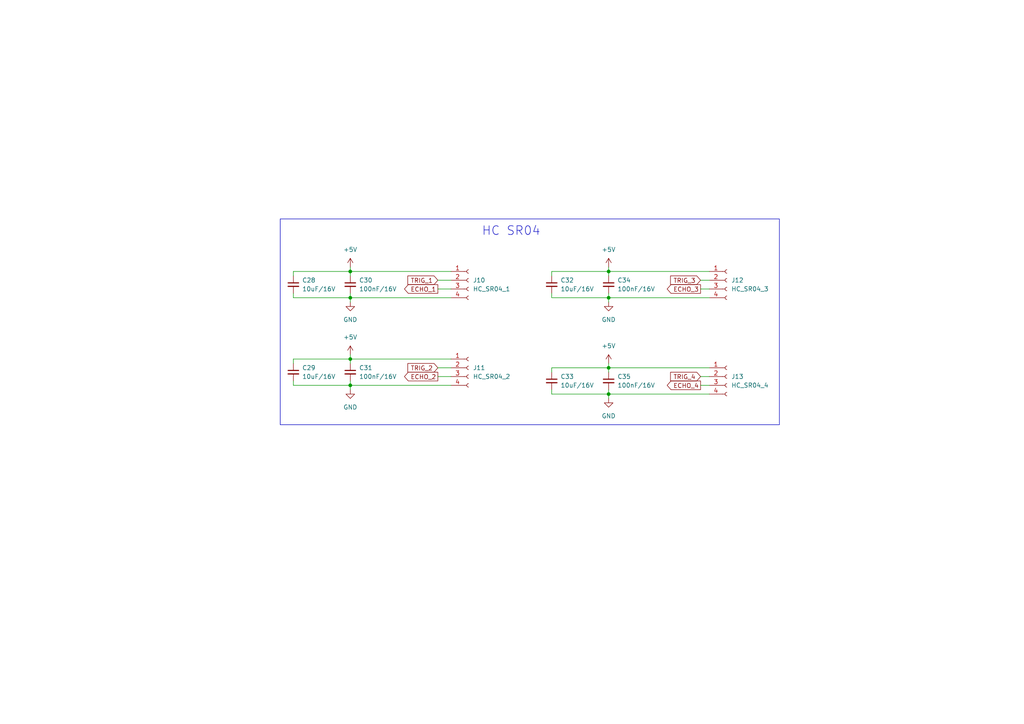
<source format=kicad_sch>
(kicad_sch (version 20230121) (generator eeschema)
  (paper "A4")
  (title_block (title "HC-SR04") (date "2024-01-30"))
  (lib_symbols
    (symbol "Connector:Conn_01x04_Socket" (pin_names (offset 1.016) hide)
      (property "Reference" "J" (at 0 5.08 0))
      (property "Value" "Conn_01x04_Socket" (at 0 -7.62 0))
      (symbol "Conn_01x04_Socket_1_1"
        (arc (start 0 -4.572) (mid -0.5058 -5.08) (end 0 -5.588) (stroke (width 0.1524)))
        (arc (start 0 -2.032) (mid -0.5058 -2.54) (end 0 -3.048) (stroke (width 0.1524)))
        (polyline (pts (xy -1.27 -5.08) (xy -0.508 -5.08)) (stroke (width 0.1524)))
        (polyline (pts (xy -1.27 -2.54) (xy -0.508 -2.54)) (stroke (width 0.1524)))
        (polyline (pts (xy -1.27 0) (xy -0.508 0)) (stroke (width 0.1524)))
        (polyline (pts (xy -1.27 2.54) (xy -0.508 2.54)) (stroke (width 0.1524)))
        (arc (start 0 0.508) (mid -0.5058 0) (end 0 -0.508) (stroke (width 0.1524)))
        (arc (start 0 3.048) (mid -0.5058 2.54) (end 0 2.032) (stroke (width 0.1524)))
        (pin passive line (at -5.08 2.54 0) (length 3.81) (name "Pin_1") (number "1"))
        (pin passive line (at -5.08 0 0) (length 3.81) (name "Pin_2") (number "2"))
        (pin passive line (at -5.08 -2.54 0) (length 3.81) (name "Pin_3") (number "3"))
        (pin passive line (at -5.08 -5.08 0) (length 3.81) (name "Pin_4") (number "4"))
      )
    )
    (symbol "Device:C_Small" (pin_numbers hide) (pin_names (offset 0.254) hide)
      (property "Reference" "C" (at 0.254 1.778 0))
      (property "Value" "C_Small" (at 0.254 -2.032 0))
      (symbol "C_Small_0_1"
        (polyline (pts (xy -1.524 -0.508) (xy 1.524 -0.508)) (stroke (width 0.3302)))
        (polyline (pts (xy -1.524 0.508) (xy 1.524 0.508)) (stroke (width 0.3048)))
      )
      (symbol "C_Small_1_1"
        (pin passive line (at 0 2.54 270) (length 2.032) (name "~") (number "1"))
        (pin passive line (at 0 -2.54 90) (length 2.032) (name "~") (number "2"))
      )
    )
    (symbol "power:+5V" (power) (pin_names (offset 0))
      (property "Value" "+5V" (at 0 3.556 0))
      (symbol "+5V_0_1"
        (polyline (pts (xy -0.762 1.27) (xy 0 2.54)))
        (polyline (pts (xy 0 0) (xy 0 2.54)))
        (polyline (pts (xy 0 2.54) (xy 0.762 1.27)))
      )
      (symbol "+5V_1_1"
        (pin power_in line (at 0 0 90) (length 0) hide (name "+5V") (number "1"))
      )
    )
    (symbol "power:GND" (power) (pin_names (offset 0))
      (property "Value" "GND" (at 0 -3.81 0))
      (symbol "GND_0_1"
        (polyline (pts (xy 0 0) (xy 0 -1.27) (xy 1.27 -1.27) (xy 0 -2.54) (xy -1.27 -1.27) (xy 0 -1.27)))
      )
      (symbol "GND_1_1"
        (pin power_in line (at 0 0 270) (length 0) hide (name "GND") (number "1"))
      )
    )
  )
  (junction (at 101.6 78.74))
  (junction (at 176.53 86.36))
  (junction (at 176.53 78.74))
  (junction (at 176.53 106.68))
  (junction (at 101.6 86.36))
  (junction (at 176.53 114.3))
  (junction (at 101.6 104.14))
  (junction (at 101.6 111.76))
  (wire (pts (xy 85.09 111.76) (xy 101.6 111.76)))
  (wire (pts (xy 176.53 87.63) (xy 176.53 86.36)))
  (wire (pts (xy 101.6 78.74) (xy 85.09 78.74)))
  (wire (pts (xy 176.53 106.68) (xy 176.53 107.95)))
  (wire (pts (xy 176.53 105.41) (xy 176.53 106.68)))
  (wire (pts (xy 101.6 111.76) (xy 130.81 111.76)))
  (wire (pts (xy 160.02 78.74) (xy 160.02 80.01)))
  (wire (pts (xy 160.02 107.95) (xy 160.02 106.68)))
  (wire (pts (xy 160.02 106.68) (xy 176.53 106.68)))
  (wire (pts (xy 127 106.68) (xy 130.81 106.68)))
  (wire (pts (xy 127 109.22) (xy 130.81 109.22)))
  (wire (pts (xy 176.53 86.36) (xy 205.74 86.36)))
  (wire (pts (xy 85.09 104.14) (xy 85.09 105.41)))
  (wire (pts (xy 85.09 110.49) (xy 85.09 111.76)))
  (wire (pts (xy 176.53 106.68) (xy 205.74 106.68)))
  (wire (pts (xy 176.53 85.09) (xy 176.53 86.36)))
  (wire (pts (xy 130.81 78.74) (xy 101.6 78.74)))
  (wire (pts (xy 85.09 85.09) (xy 85.09 86.36)))
  (wire (pts (xy 176.53 113.03) (xy 176.53 114.3)))
  (wire (pts (xy 101.6 113.03) (xy 101.6 111.76)))
  (wire (pts (xy 101.6 104.14) (xy 85.09 104.14)))
  (wire (pts (xy 203.2 83.82) (xy 205.74 83.82)))
  (wire (pts (xy 203.2 109.22) (xy 205.74 109.22)))
  (wire (pts (xy 176.53 77.47) (xy 176.53 78.74)))
  (wire (pts (xy 176.53 115.57) (xy 176.53 114.3)))
  (wire (pts (xy 203.2 81.28) (xy 205.74 81.28)))
  (wire (pts (xy 160.02 85.09) (xy 160.02 86.36)))
  (wire (pts (xy 101.6 104.14) (xy 101.6 105.41)))
  (wire (pts (xy 101.6 85.09) (xy 101.6 86.36)))
  (wire (pts (xy 101.6 102.87) (xy 101.6 104.14)))
  (wire (pts (xy 101.6 86.36) (xy 101.6 87.63)))
  (wire (pts (xy 101.6 86.36) (xy 130.81 86.36)))
  (wire (pts (xy 101.6 77.47) (xy 101.6 78.74)))
  (wire (pts (xy 205.74 78.74) (xy 176.53 78.74)))
  (wire (pts (xy 176.53 78.74) (xy 176.53 80.01)))
  (wire (pts (xy 205.74 114.3) (xy 176.53 114.3)))
  (wire (pts (xy 85.09 86.36) (xy 101.6 86.36)))
  (wire (pts (xy 203.2 111.76) (xy 205.74 111.76)))
  (wire (pts (xy 127 81.28) (xy 130.81 81.28)))
  (wire (pts (xy 130.81 104.14) (xy 101.6 104.14)))
  (wire (pts (xy 160.02 86.36) (xy 176.53 86.36)))
  (wire (pts (xy 127 83.82) (xy 130.81 83.82)))
  (wire (pts (xy 160.02 114.3) (xy 160.02 113.03)))
  (wire (pts (xy 101.6 110.49) (xy 101.6 111.76)))
  (wire (pts (xy 176.53 78.74) (xy 160.02 78.74)))
  (wire (pts (xy 101.6 78.74) (xy 101.6 80.01)))
  (wire (pts (xy 85.09 78.74) (xy 85.09 80.01)))
  (wire (pts (xy 176.53 114.3) (xy 160.02 114.3)))
  (rectangle (start 81.28 63.5) (end 226.06 123.19))
  (text "HC SR04" (at 139.7 68.58 0) (effects (font (size 2.54 2.54)) (justify left bottom)))
  (global_label "TRIG_4" (shape input) (at 203.2 109.22 180) (property "Intersheetrefs" "${INTERSHEET_REFS}" (effects hide)))
  (global_label "TRIG_2" (shape input) (at 127 106.68 180) (property "Intersheetrefs" "${INTERSHEET_REFS}" (effects hide)))
  (global_label "ECHO_1" (shape output) (at 127 83.82 180) (property "Intersheetrefs" "${INTERSHEET_REFS}" (effects hide)))
  (global_label "TRIG_3" (shape input) (at 203.2 81.28 180) (property "Intersheetrefs" "${INTERSHEET_REFS}" (effects hide)))
  (global_label "ECHO_2" (shape output) (at 127 109.22 180) (property "Intersheetrefs" "${INTERSHEET_REFS}" (effects hide)))
  (global_label "ECHO_3" (shape output) (at 203.2 83.82 180) (property "Intersheetrefs" "${INTERSHEET_REFS}" (effects hide)))
  (global_label "ECHO_4" (shape output) (at 203.2 111.76 180) (property "Intersheetrefs" "${INTERSHEET_REFS}" (effects hide)))
  (global_label "TRIG_1" (shape input) (at 127 81.28 180) (property "Intersheetrefs" "${INTERSHEET_REFS}" (effects hide)))
  (symbol (lib_id "Connector:Conn_01x04_Socket") (at 210.82 109.22 0) (unit 1)
    (property "Reference" "J13" (at 212.09 109.22 0) (effects (justify left)))
    (property "Value" "HC_SR04_4" (at 212.09 111.76 0) (effects (justify left)))
    (property "Footprint" "Connector_XH_2:au_XH_2.54mm_4_Chan_Dan_SMD_Nam_Ngang" (effects hide))
    (property "URL" "https://www.thegioiic.com/dau-xh-2-54mm-4-chan-dan-smd-nam-ngang" (effects hide))
  )
  (symbol (lib_id "Device:C_Small") (at 101.6 107.95 0) (unit 1)
    (property "Reference" "C31" (at 104.14 106.6863 0) (effects (justify left)))
    (property "Value" "100nF/16V" (at 104.14 109.2263 0) (effects (justify left)))
    (property "Footprint" "Capacitor_SMD:C_0603_1608Metric_Pad1.08x0.95mm_HandSolder" (effects hide))
    (property "URL" "https://www.thegioiic.com/tu-gom-0603-100nf-0-1uf-16v" (effects hide))
    (instances (project "BFMC" (path "" (reference "C31") (unit 1))) (project "Brightness_Meter" (path "" (reference "C16") (unit 1)) (path "" (reference "C19") (unit 1))))
  )
  (symbol (lib_id "power:GND") (at 101.6 87.63 0) (unit 1)
    (property "Reference" "#PWR044" (effects hide))
    (property "Value" "GND" (at 101.6 92.71 0))
  )
  (symbol (lib_id "power:GND") (at 101.6 113.03 0) (unit 1)
    (property "Reference" "#PWR046" (effects hide))
    (property "Value" "GND" (at 101.6 118.11 0))
  )
  (symbol (lib_id "power:+5V") (at 101.6 102.87 0) (unit 1)
    (property "Reference" "#PWR045" (effects hide))
    (property "Value" "+5V" (at 101.6 97.79 0))
    (instances (project "BFMC" (path "" (reference "#PWR045") (unit 1))) (project "Brightness_Meter" (path "" (reference "#PWR032") (unit 1))))
  )
  (symbol (lib_id "Device:C_Small") (at 176.53 110.49 0) (unit 1)
    (property "Reference" "C35" (at 179.07 109.2263 0) (effects (justify left)))
    (property "Value" "100nF/16V" (at 179.07 111.7663 0) (effects (justify left)))
    (property "Footprint" "Capacitor_SMD:C_0603_1608Metric_Pad1.08x0.95mm_HandSolder" (effects hide))
    (property "URL" "https://www.thegioiic.com/tu-gom-0603-100nf-0-1uf-16v" (effects hide))
    (instances (project "BFMC" (path "" (reference "C35") (unit 1))) (project "Brightness_Meter" (path "" (reference "C16") (unit 1)) (path "" (reference "C19") (unit 1))))
  )
  (symbol (lib_id "power:+5V") (at 176.53 105.41 0) (unit 1)
    (property "Reference" "#PWR049" (effects hide))
    (property "Value" "+5V" (at 176.53 100.33 0))
    (instances (project "BFMC" (path "" (reference "#PWR049") (unit 1))) (project "Brightness_Meter" (path "" (reference "#PWR032") (unit 1))))
  )
  (symbol (lib_id "power:GND") (at 176.53 115.57 0) (unit 1)
    (property "Reference" "#PWR050" (effects hide))
    (property "Value" "GND" (at 176.53 120.65 0))
  )
  (symbol (lib_id "Connector:Conn_01x04_Socket") (at 135.89 81.28 0) (unit 1)
    (property "Reference" "J10" (at 137.16 81.28 0) (effects (justify left)))
    (property "Value" "HC_SR04_1" (at 137.16 83.82 0) (effects (justify left)))
    (property "Footprint" "Connector_XH_2:au_XH_2.54mm_4_Chan_Dan_SMD_Nam_Ngang" (effects hide))
    (property "URL" "https://www.thegioiic.com/dau-xh-2-54mm-4-chan-dan-smd-nam-ngang" (effects hide))
  )
  (symbol (lib_id "Connector:Conn_01x04_Socket") (at 210.82 81.28 0) (unit 1)
    (property "Reference" "J12" (at 212.09 81.28 0) (effects (justify left)))
    (property "Value" "HC_SR04_3" (at 212.09 83.82 0) (effects (justify left)))
    (property "Footprint" "Connector_XH_2:au_XH_2.54mm_4_Chan_Dan_SMD_Nam_Ngang" (effects hide))
    (property "URL" "https://www.thegioiic.com/dau-xh-2-54mm-4-chan-dan-smd-nam-ngang" (effects hide))
  )
  (symbol (lib_id "power:GND") (at 176.53 87.63 0) (unit 1)
    (property "Reference" "#PWR048" (effects hide))
    (property "Value" "GND" (at 176.53 92.71 0))
  )
  (symbol (lib_id "power:+5V") (at 101.6 77.47 0) (unit 1)
    (property "Reference" "#PWR043" (effects hide))
    (property "Value" "+5V" (at 101.6 72.39 0))
    (instances (project "BFMC" (path "" (reference "#PWR043") (unit 1))) (project "Brightness_Meter" (path "" (reference "#PWR032") (unit 1))))
  )
  (symbol (lib_id "Connector:Conn_01x04_Socket") (at 135.89 106.68 0) (unit 1)
    (property "Reference" "J11" (at 137.16 106.68 0) (effects (justify left)))
    (property "Value" "HC_SR04_2" (at 137.16 109.22 0) (effects (justify left)))
    (property "Footprint" "Connector_XH_2:au_XH_2.54mm_4_Chan_Dan_SMD_Nam_Ngang" (effects hide))
    (property "URL" "https://www.thegioiic.com/dau-xh-2-54mm-4-chan-dan-smd-nam-ngang" (effects hide))
  )
  (symbol (lib_id "power:+5V") (at 176.53 77.47 0) (unit 1)
    (property "Reference" "#PWR047" (effects hide))
    (property "Value" "+5V" (at 176.53 72.39 0))
    (instances (project "BFMC" (path "" (reference "#PWR047") (unit 1))) (project "Brightness_Meter" (path "" (reference "#PWR032") (unit 1))))
  )
  (symbol (lib_id "Device:C_Small") (at 85.09 82.55 0) (unit 1)
    (property "Reference" "C28" (at 87.63 81.2863 0) (effects (justify left)))
    (property "Value" "10uF/16V" (at 87.63 83.8263 0) (effects (justify left)))
    (property "Footprint" "Capacitor_SMD:C_0603_1608Metric_Pad1.08x0.95mm_HandSolder" (effects hide))
    (property "URL" "https://www.thegioiic.com/tu-gom-0603-10uf-16v" (effects hide))
    (instances (project "BFMC" (path "" (reference "C28") (unit 1))) (project "Brightness_Meter" (path "" (reference "C16") (unit 1)) (path "" (reference "C26") (unit 1))))
  )
  (symbol (lib_id "Device:C_Small") (at 160.02 110.49 0) (unit 1)
    (property "Reference" "C33" (at 162.56 109.2263 0) (effects (justify left)))
    (property "Value" "10uF/16V" (at 162.56 111.7663 0) (effects (justify left)))
    (property "Footprint" "Capacitor_SMD:C_0603_1608Metric_Pad1.08x0.95mm_HandSolder" (effects hide))
    (property "URL" "https://www.thegioiic.com/tu-gom-0603-10uf-16v" (effects hide))
    (instances (project "BFMC" (path "" (reference "C33") (unit 1))) (project "Brightness_Meter" (path "" (reference "C16") (unit 1)) (path "" (reference "C26") (unit 1))))
  )
  (symbol (lib_id "Device:C_Small") (at 176.53 82.55 0) (unit 1)
    (property "Reference" "C34" (at 179.07 81.2863 0) (effects (justify left)))
    (property "Value" "100nF/16V" (at 179.07 83.8263 0) (effects (justify left)))
    (property "Footprint" "Capacitor_SMD:C_0603_1608Metric_Pad1.08x0.95mm_HandSolder" (effects hide))
    (property "URL" "https://www.thegioiic.com/tu-gom-0603-100nf-0-1uf-16v" (effects hide))
    (instances (project "BFMC" (path "" (reference "C34") (unit 1))) (project "Brightness_Meter" (path "" (reference "C16") (unit 1)) (path "" (reference "C19") (unit 1))))
  )
  (symbol (lib_id "Device:C_Small") (at 101.6 82.55 0) (unit 1)
    (property "Reference" "C30" (at 104.14 81.2863 0) (effects (justify left)))
    (property "Value" "100nF/16V" (at 104.14 83.8263 0) (effects (justify left)))
    (property "Footprint" "Capacitor_SMD:C_0603_1608Metric_Pad1.08x0.95mm_HandSolder" (effects hide))
    (property "URL" "https://www.thegioiic.com/tu-gom-0603-100nf-0-1uf-16v" (effects hide))
    (instances (project "BFMC" (path "" (reference "C30") (unit 1))) (project "Brightness_Meter" (path "" (reference "C16") (unit 1)) (path "" (reference "C19") (unit 1))))
  )
  (symbol (lib_id "Device:C_Small") (at 85.09 107.95 0) (unit 1)
    (property "Reference" "C29" (at 87.63 106.6863 0) (effects (justify left)))
    (property "Value" "10uF/16V" (at 87.63 109.2263 0) (effects (justify left)))
    (property "Footprint" "Capacitor_SMD:C_0603_1608Metric_Pad1.08x0.95mm_HandSolder" (effects hide))
    (property "URL" "https://www.thegioiic.com/tu-gom-0603-10uf-16v" (effects hide))
    (instances (project "BFMC" (path "" (reference "C29") (unit 1))) (project "Brightness_Meter" (path "" (reference "C16") (unit 1)) (path "" (reference "C26") (unit 1))))
  )
  (symbol (lib_id "Device:C_Small") (at 160.02 82.55 0) (unit 1)
    (property "Reference" "C32" (at 162.56 81.2863 0) (effects (justify left)))
    (property "Value" "10uF/16V" (at 162.56 83.8263 0) (effects (justify left)))
    (property "Footprint" "Capacitor_SMD:C_0603_1608Metric_Pad1.08x0.95mm_HandSolder" (effects hide))
    (property "URL" "https://www.thegioiic.com/tu-gom-0603-10uf-16v" (effects hide))
    (instances (project "BFMC" (path "" (reference "C32") (unit 1))) (project "Brightness_Meter" (path "" (reference "C16") (unit 1)) (path "" (reference "C26") (unit 1))))
  )
)
</source>
